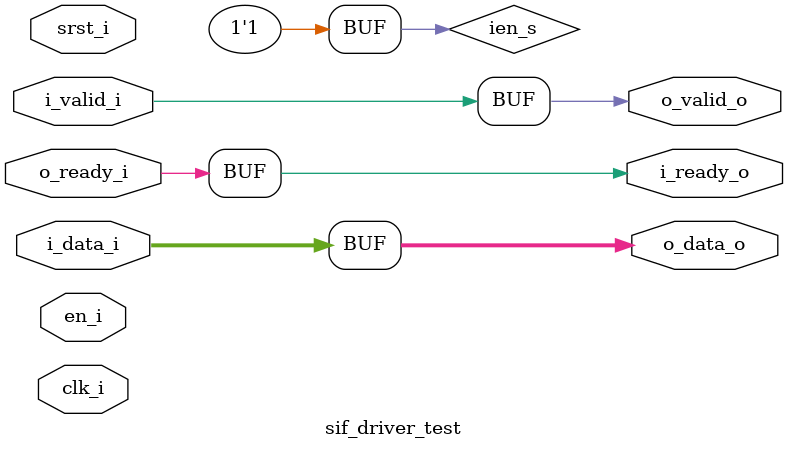
<source format=v>








//-----------------------------------------------------------------------------
// Module
//-----------------------------------------------------------------------------
module sif_driver_test #(
  // Word widths
  parameter I_WW = 6,
  parameter O_WW = 6
) (
  // clk, en, srst
  input             clk_i ,
  input             en_i  ,
  input             srst_i,
  // Input stream
  input  [I_WW-1:0] i_data_i,
  input             i_valid_i,
  output            i_ready_o,
  // Output stream
  output [O_WW-1:0] o_data_o,
  output            o_valid_o,
  input             o_ready_i
);
//-----------------------------------------------------------------------------
// Architecture
//-----------------------------------------------------------------------------

  //---------------------------------------------------------------------------
  // Constants
  //---------------------------------------------------------------------------
  localparam COUNTER_WIDTH = 16;
  localparam COUNTER_MAX   = 2**COUNTER_WIDTH-1;
  //---------------------------------------------------------------------------


  //---------------------------------------------------------------------------
  // Types
  //---------------------------------------------------------------------------
  //---------------------------------------------------------------------------


  //---------------------------------------------------------------------------
  // Signals
  //---------------------------------------------------------------------------
  // Control
  wire                     ien_s;
  reg  [COUNTER_WIDTH-1:0] counter_s;
  //---------------------------------------------------------------------------

  //---------------------------------------------------------------------------
  // Counter
  //---------------------------------------------------------------------------
  always @(posedge clk_i)
  begin
    if (srst_i) begin
      counter_s <= {COUNTER_WIDTH{1'b0}};
    end else if (ien_s) begin
      if (counter_s == COUNTER_MAX) begin
        counter_s <= {COUNTER_WIDTH{1'b0}};
      end else begin
        counter_s <= counter_s + {{COUNTER_WIDTH-1{1'b0}}, 1'b1};
      end
    end
  end
  //---------------------------------------------------------------------------


  //----------------------------------------------------------------------------
  // Stream Interface bypass
  //----------------------------------------------------------------------------
  assign ien_s     = 1'b1;
  assign o_data_o  = i_data_i;
  assign o_valid_o = i_valid_i;
  assign i_ready_o = o_ready_i;
  //----------------------------------------------------------------------------


  //----------------------------------------------------------------------------
  // Dump waves
  //----------------------------------------------------------------------------
  initial begin
    $dumpfile("waves.vcd");
    $dumpvars(1, sif_driver_test);
  end
  //----------------------------------------------------------------------------

endmodule
//------------------------------------------------------------------------------


</source>
